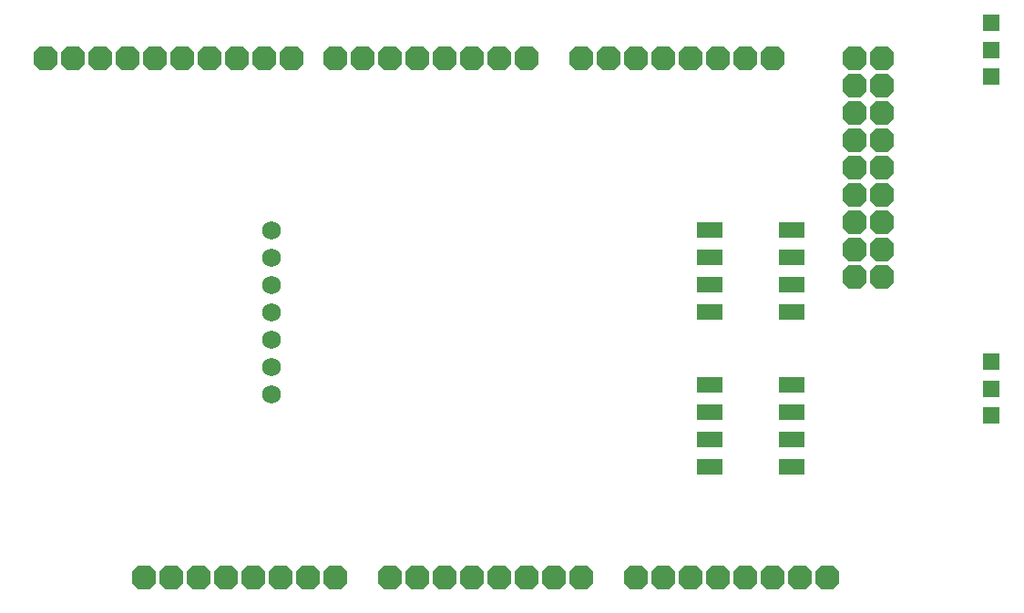
<source format=gbs>
G04 Layer: BottomSolderMaskLayer*
G04 EasyEDA v6.4.7, 2020-10-15T23:24:37+03:00*
G04 37922d4682a6484ebcb2293b3ba01163,bea71ea263694c76901d4690734711c5,10*
G04 Gerber Generator version 0.2*
G04 Scale: 100 percent, Rotated: No, Reflected: No *
G04 Dimensions in millimeters *
G04 leading zeros omitted , absolute positions ,3 integer and 3 decimal *
%FSLAX33Y33*%
%MOMM*%
G90*
D02*

%ADD31R,1.625600X1.625600*%
%ADD41C,1.727200*%

%LPD*%
G54D31*
G01X97155Y31445D03*
G01X97155Y28956D03*
G01X97155Y26466D03*
G01X97155Y62941D03*
G01X97155Y60452D03*
G01X97155Y57962D03*
G36*
G01X69801Y42979D02*
G01X69801Y44394D01*
G01X72186Y44394D01*
G01X72186Y42979D01*
G01X69801Y42979D01*
G37*
G36*
G01X69801Y40439D02*
G01X69801Y41854D01*
G01X72186Y41854D01*
G01X72186Y40439D01*
G01X69801Y40439D01*
G37*
G36*
G01X77421Y40439D02*
G01X77421Y41854D01*
G01X79806Y41854D01*
G01X79806Y40439D01*
G01X77421Y40439D01*
G37*
G36*
G01X77421Y42979D02*
G01X77421Y44394D01*
G01X79806Y44394D01*
G01X79806Y42979D01*
G01X77421Y42979D01*
G37*
G36*
G01X69801Y37899D02*
G01X69801Y39314D01*
G01X72186Y39314D01*
G01X72186Y37899D01*
G01X69801Y37899D01*
G37*
G36*
G01X69801Y35359D02*
G01X69801Y36774D01*
G01X72186Y36774D01*
G01X72186Y35359D01*
G01X69801Y35359D01*
G37*
G36*
G01X77421Y37899D02*
G01X77421Y39314D01*
G01X79806Y39314D01*
G01X79806Y37899D01*
G01X77421Y37899D01*
G37*
G36*
G01X77421Y35359D02*
G01X77421Y36774D01*
G01X79806Y36774D01*
G01X79806Y35359D01*
G01X77421Y35359D01*
G37*
G36*
G01X69801Y28628D02*
G01X69801Y30043D01*
G01X72186Y30043D01*
G01X72186Y28628D01*
G01X69801Y28628D01*
G37*
G36*
G01X69801Y26088D02*
G01X69801Y27503D01*
G01X72186Y27503D01*
G01X72186Y26088D01*
G01X69801Y26088D01*
G37*
G36*
G01X77421Y26088D02*
G01X77421Y27503D01*
G01X79806Y27503D01*
G01X79806Y26088D01*
G01X77421Y26088D01*
G37*
G36*
G01X77421Y28628D02*
G01X77421Y30043D01*
G01X79806Y30043D01*
G01X79806Y28628D01*
G01X77421Y28628D01*
G37*
G36*
G01X69801Y23548D02*
G01X69801Y24963D01*
G01X72186Y24963D01*
G01X72186Y23548D01*
G01X69801Y23548D01*
G37*
G36*
G01X69801Y21008D02*
G01X69801Y22423D01*
G01X72186Y22423D01*
G01X72186Y21008D01*
G01X69801Y21008D01*
G37*
G36*
G01X77421Y23548D02*
G01X77421Y24963D01*
G01X79806Y24963D01*
G01X79806Y23548D01*
G01X77421Y23548D01*
G37*
G36*
G01X77421Y21008D02*
G01X77421Y22423D01*
G01X79806Y22423D01*
G01X79806Y21008D01*
G01X77421Y21008D01*
G37*
G54D41*
G01X30226Y43688D03*
G01X30226Y41148D03*
G01X30226Y38608D03*
G01X30226Y36068D03*
G01X30226Y33528D03*
G01X30226Y30988D03*
G01X30226Y28448D03*
G36*
G01X8729Y58587D02*
G01X8168Y59148D01*
G01X8168Y60231D01*
G01X8729Y60792D01*
G01X9812Y60792D01*
G01X10373Y60231D01*
G01X10373Y59148D01*
G01X9812Y58587D01*
G01X8729Y58587D01*
G37*
G36*
G01X11269Y58587D02*
G01X10708Y59148D01*
G01X10708Y60231D01*
G01X11269Y60792D01*
G01X12352Y60792D01*
G01X12913Y60231D01*
G01X12913Y59148D01*
G01X12352Y58587D01*
G01X11269Y58587D01*
G37*
G36*
G01X13809Y58587D02*
G01X13248Y59148D01*
G01X13248Y60231D01*
G01X13809Y60792D01*
G01X14892Y60792D01*
G01X15453Y60231D01*
G01X15453Y59148D01*
G01X14892Y58587D01*
G01X13809Y58587D01*
G37*
G36*
G01X16349Y58587D02*
G01X15788Y59148D01*
G01X15788Y60231D01*
G01X16349Y60792D01*
G01X17432Y60792D01*
G01X17993Y60231D01*
G01X17993Y59148D01*
G01X17432Y58587D01*
G01X16349Y58587D01*
G37*
G36*
G01X18889Y58587D02*
G01X18328Y59148D01*
G01X18328Y60231D01*
G01X18889Y60792D01*
G01X19972Y60792D01*
G01X20533Y60231D01*
G01X20533Y59148D01*
G01X19972Y58587D01*
G01X18889Y58587D01*
G37*
G36*
G01X21429Y58587D02*
G01X20868Y59148D01*
G01X20868Y60231D01*
G01X21429Y60792D01*
G01X22512Y60792D01*
G01X23073Y60231D01*
G01X23073Y59148D01*
G01X22512Y58587D01*
G01X21429Y58587D01*
G37*
G36*
G01X23969Y58587D02*
G01X23408Y59148D01*
G01X23408Y60231D01*
G01X23969Y60792D01*
G01X25052Y60792D01*
G01X25613Y60231D01*
G01X25613Y59148D01*
G01X25052Y58587D01*
G01X23969Y58587D01*
G37*
G36*
G01X26509Y58587D02*
G01X25948Y59148D01*
G01X25948Y60231D01*
G01X26509Y60792D01*
G01X27592Y60792D01*
G01X28153Y60231D01*
G01X28153Y59148D01*
G01X27592Y58587D01*
G01X26509Y58587D01*
G37*
G36*
G01X29049Y58587D02*
G01X28488Y59148D01*
G01X28488Y60231D01*
G01X29049Y60792D01*
G01X30132Y60792D01*
G01X30693Y60231D01*
G01X30693Y59148D01*
G01X30132Y58587D01*
G01X29049Y58587D01*
G37*
G36*
G01X31589Y58587D02*
G01X31028Y59148D01*
G01X31028Y60231D01*
G01X31589Y60792D01*
G01X32672Y60792D01*
G01X33233Y60231D01*
G01X33233Y59148D01*
G01X32672Y58587D01*
G01X31589Y58587D01*
G37*
G36*
G01X53433Y58587D02*
G01X52872Y59148D01*
G01X52872Y60231D01*
G01X53433Y60792D01*
G01X54516Y60792D01*
G01X55077Y60231D01*
G01X55077Y59148D01*
G01X54516Y58587D01*
G01X53433Y58587D01*
G37*
G36*
G01X50893Y58587D02*
G01X50332Y59148D01*
G01X50332Y60231D01*
G01X50893Y60792D01*
G01X51976Y60792D01*
G01X52537Y60231D01*
G01X52537Y59148D01*
G01X51976Y58587D01*
G01X50893Y58587D01*
G37*
G36*
G01X48353Y58587D02*
G01X47792Y59148D01*
G01X47792Y60231D01*
G01X48353Y60792D01*
G01X49436Y60792D01*
G01X49997Y60231D01*
G01X49997Y59148D01*
G01X49436Y58587D01*
G01X48353Y58587D01*
G37*
G36*
G01X45813Y58587D02*
G01X45252Y59148D01*
G01X45252Y60231D01*
G01X45813Y60792D01*
G01X46896Y60792D01*
G01X47457Y60231D01*
G01X47457Y59148D01*
G01X46896Y58587D01*
G01X45813Y58587D01*
G37*
G36*
G01X43273Y58587D02*
G01X42712Y59148D01*
G01X42712Y60231D01*
G01X43273Y60792D01*
G01X44356Y60792D01*
G01X44917Y60231D01*
G01X44917Y59148D01*
G01X44356Y58587D01*
G01X43273Y58587D01*
G37*
G36*
G01X40733Y58587D02*
G01X40172Y59148D01*
G01X40172Y60231D01*
G01X40733Y60792D01*
G01X41816Y60792D01*
G01X42377Y60231D01*
G01X42377Y59148D01*
G01X41816Y58587D01*
G01X40733Y58587D01*
G37*
G36*
G01X38193Y58587D02*
G01X37632Y59148D01*
G01X37632Y60231D01*
G01X38193Y60792D01*
G01X39276Y60792D01*
G01X39837Y60231D01*
G01X39837Y59148D01*
G01X39276Y58587D01*
G01X38193Y58587D01*
G37*
G36*
G01X35653Y58587D02*
G01X35092Y59148D01*
G01X35092Y60231D01*
G01X35653Y60792D01*
G01X36736Y60792D01*
G01X37297Y60231D01*
G01X37297Y59148D01*
G01X36736Y58587D01*
G01X35653Y58587D01*
G37*
G36*
G01X76293Y58587D02*
G01X75732Y59148D01*
G01X75732Y60231D01*
G01X76293Y60792D01*
G01X77376Y60792D01*
G01X77937Y60231D01*
G01X77937Y59148D01*
G01X77376Y58587D01*
G01X76293Y58587D01*
G37*
G36*
G01X73753Y58587D02*
G01X73192Y59148D01*
G01X73192Y60231D01*
G01X73753Y60792D01*
G01X74836Y60792D01*
G01X75397Y60231D01*
G01X75397Y59148D01*
G01X74836Y58587D01*
G01X73753Y58587D01*
G37*
G36*
G01X71213Y58587D02*
G01X70652Y59148D01*
G01X70652Y60231D01*
G01X71213Y60792D01*
G01X72296Y60792D01*
G01X72857Y60231D01*
G01X72857Y59148D01*
G01X72296Y58587D01*
G01X71213Y58587D01*
G37*
G36*
G01X68673Y58587D02*
G01X68112Y59148D01*
G01X68112Y60231D01*
G01X68673Y60792D01*
G01X69756Y60792D01*
G01X70317Y60231D01*
G01X70317Y59148D01*
G01X69756Y58587D01*
G01X68673Y58587D01*
G37*
G36*
G01X66133Y58587D02*
G01X65572Y59148D01*
G01X65572Y60231D01*
G01X66133Y60792D01*
G01X67216Y60792D01*
G01X67777Y60231D01*
G01X67777Y59148D01*
G01X67216Y58587D01*
G01X66133Y58587D01*
G37*
G36*
G01X63593Y58587D02*
G01X63032Y59148D01*
G01X63032Y60231D01*
G01X63593Y60792D01*
G01X64676Y60792D01*
G01X65237Y60231D01*
G01X65237Y59148D01*
G01X64676Y58587D01*
G01X63593Y58587D01*
G37*
G36*
G01X61053Y58587D02*
G01X60492Y59148D01*
G01X60492Y60231D01*
G01X61053Y60792D01*
G01X62136Y60792D01*
G01X62697Y60231D01*
G01X62697Y59148D01*
G01X62136Y58587D01*
G01X61053Y58587D01*
G37*
G36*
G01X58513Y58587D02*
G01X57952Y59148D01*
G01X57952Y60231D01*
G01X58513Y60792D01*
G01X59596Y60792D01*
G01X60157Y60231D01*
G01X60157Y59148D01*
G01X59596Y58587D01*
G01X58513Y58587D01*
G37*
G36*
G01X81373Y10327D02*
G01X80812Y10888D01*
G01X80812Y11971D01*
G01X81373Y12532D01*
G01X82456Y12532D01*
G01X83017Y11971D01*
G01X83017Y10888D01*
G01X82456Y10327D01*
G01X81373Y10327D01*
G37*
G36*
G01X78833Y10327D02*
G01X78272Y10888D01*
G01X78272Y11971D01*
G01X78833Y12532D01*
G01X79916Y12532D01*
G01X80477Y11971D01*
G01X80477Y10888D01*
G01X79916Y10327D01*
G01X78833Y10327D01*
G37*
G36*
G01X76293Y10327D02*
G01X75732Y10888D01*
G01X75732Y11971D01*
G01X76293Y12532D01*
G01X77376Y12532D01*
G01X77937Y11971D01*
G01X77937Y10888D01*
G01X77376Y10327D01*
G01X76293Y10327D01*
G37*
G36*
G01X73753Y10327D02*
G01X73192Y10888D01*
G01X73192Y11971D01*
G01X73753Y12532D01*
G01X74836Y12532D01*
G01X75397Y11971D01*
G01X75397Y10888D01*
G01X74836Y10327D01*
G01X73753Y10327D01*
G37*
G36*
G01X71213Y10327D02*
G01X70652Y10888D01*
G01X70652Y11971D01*
G01X71213Y12532D01*
G01X72296Y12532D01*
G01X72857Y11971D01*
G01X72857Y10888D01*
G01X72296Y10327D01*
G01X71213Y10327D01*
G37*
G36*
G01X68673Y10327D02*
G01X68112Y10888D01*
G01X68112Y11971D01*
G01X68673Y12532D01*
G01X69756Y12532D01*
G01X70317Y11971D01*
G01X70317Y10888D01*
G01X69756Y10327D01*
G01X68673Y10327D01*
G37*
G36*
G01X66133Y10327D02*
G01X65572Y10888D01*
G01X65572Y11971D01*
G01X66133Y12532D01*
G01X67216Y12532D01*
G01X67777Y11971D01*
G01X67777Y10888D01*
G01X67216Y10327D01*
G01X66133Y10327D01*
G37*
G36*
G01X63593Y10327D02*
G01X63032Y10888D01*
G01X63032Y11971D01*
G01X63593Y12532D01*
G01X64676Y12532D01*
G01X65237Y11971D01*
G01X65237Y10888D01*
G01X64676Y10327D01*
G01X63593Y10327D01*
G37*
G36*
G01X58513Y10327D02*
G01X57952Y10888D01*
G01X57952Y11971D01*
G01X58513Y12532D01*
G01X59596Y12532D01*
G01X60157Y11971D01*
G01X60157Y10888D01*
G01X59596Y10327D01*
G01X58513Y10327D01*
G37*
G36*
G01X55973Y10327D02*
G01X55412Y10888D01*
G01X55412Y11971D01*
G01X55973Y12532D01*
G01X57056Y12532D01*
G01X57617Y11971D01*
G01X57617Y10888D01*
G01X57056Y10327D01*
G01X55973Y10327D01*
G37*
G36*
G01X53433Y10327D02*
G01X52872Y10888D01*
G01X52872Y11971D01*
G01X53433Y12532D01*
G01X54516Y12532D01*
G01X55077Y11971D01*
G01X55077Y10888D01*
G01X54516Y10327D01*
G01X53433Y10327D01*
G37*
G36*
G01X50893Y10327D02*
G01X50332Y10888D01*
G01X50332Y11971D01*
G01X50893Y12532D01*
G01X51976Y12532D01*
G01X52537Y11971D01*
G01X52537Y10888D01*
G01X51976Y10327D01*
G01X50893Y10327D01*
G37*
G36*
G01X48353Y10327D02*
G01X47792Y10888D01*
G01X47792Y11971D01*
G01X48353Y12532D01*
G01X49436Y12532D01*
G01X49997Y11971D01*
G01X49997Y10888D01*
G01X49436Y10327D01*
G01X48353Y10327D01*
G37*
G36*
G01X45813Y10327D02*
G01X45252Y10888D01*
G01X45252Y11971D01*
G01X45813Y12532D01*
G01X46896Y12532D01*
G01X47457Y11971D01*
G01X47457Y10888D01*
G01X46896Y10327D01*
G01X45813Y10327D01*
G37*
G36*
G01X43273Y10327D02*
G01X42712Y10888D01*
G01X42712Y11971D01*
G01X43273Y12532D01*
G01X44356Y12532D01*
G01X44917Y11971D01*
G01X44917Y10888D01*
G01X44356Y10327D01*
G01X43273Y10327D01*
G37*
G36*
G01X40733Y10327D02*
G01X40172Y10888D01*
G01X40172Y11971D01*
G01X40733Y12532D01*
G01X41816Y12532D01*
G01X42377Y11971D01*
G01X42377Y10888D01*
G01X41816Y10327D01*
G01X40733Y10327D01*
G37*
G36*
G01X35653Y10327D02*
G01X35092Y10888D01*
G01X35092Y11971D01*
G01X35653Y12532D01*
G01X36736Y12532D01*
G01X37297Y11971D01*
G01X37297Y10888D01*
G01X36736Y10327D01*
G01X35653Y10327D01*
G37*
G36*
G01X33113Y10327D02*
G01X32552Y10888D01*
G01X32552Y11971D01*
G01X33113Y12532D01*
G01X34196Y12532D01*
G01X34757Y11971D01*
G01X34757Y10888D01*
G01X34196Y10327D01*
G01X33113Y10327D01*
G37*
G36*
G01X30573Y10327D02*
G01X30012Y10888D01*
G01X30012Y11971D01*
G01X30573Y12532D01*
G01X31656Y12532D01*
G01X32217Y11971D01*
G01X32217Y10888D01*
G01X31656Y10327D01*
G01X30573Y10327D01*
G37*
G36*
G01X28033Y10327D02*
G01X27472Y10888D01*
G01X27472Y11971D01*
G01X28033Y12532D01*
G01X29116Y12532D01*
G01X29677Y11971D01*
G01X29677Y10888D01*
G01X29116Y10327D01*
G01X28033Y10327D01*
G37*
G36*
G01X25493Y10327D02*
G01X24932Y10888D01*
G01X24932Y11971D01*
G01X25493Y12532D01*
G01X26576Y12532D01*
G01X27137Y11971D01*
G01X27137Y10888D01*
G01X26576Y10327D01*
G01X25493Y10327D01*
G37*
G36*
G01X22953Y10327D02*
G01X22392Y10888D01*
G01X22392Y11971D01*
G01X22953Y12532D01*
G01X24036Y12532D01*
G01X24597Y11971D01*
G01X24597Y10888D01*
G01X24036Y10327D01*
G01X22953Y10327D01*
G37*
G36*
G01X20413Y10327D02*
G01X19852Y10888D01*
G01X19852Y11971D01*
G01X20413Y12532D01*
G01X21496Y12532D01*
G01X22057Y11971D01*
G01X22057Y10888D01*
G01X21496Y10327D01*
G01X20413Y10327D01*
G37*
G36*
G01X17873Y10327D02*
G01X17312Y10888D01*
G01X17312Y11971D01*
G01X17873Y12532D01*
G01X18956Y12532D01*
G01X19517Y11971D01*
G01X19517Y10888D01*
G01X18956Y10327D01*
G01X17873Y10327D01*
G37*
G36*
G01X83913Y40807D02*
G01X83352Y41368D01*
G01X83352Y42451D01*
G01X83913Y43012D01*
G01X84996Y43012D01*
G01X85557Y42451D01*
G01X85557Y41368D01*
G01X84996Y40807D01*
G01X83913Y40807D01*
G37*
G36*
G01X83913Y43347D02*
G01X83352Y43908D01*
G01X83352Y44991D01*
G01X83913Y45552D01*
G01X84996Y45552D01*
G01X85557Y44991D01*
G01X85557Y43908D01*
G01X84996Y43347D01*
G01X83913Y43347D01*
G37*
G36*
G01X83913Y45887D02*
G01X83352Y46448D01*
G01X83352Y47531D01*
G01X83913Y48092D01*
G01X84996Y48092D01*
G01X85557Y47531D01*
G01X85557Y46448D01*
G01X84996Y45887D01*
G01X83913Y45887D01*
G37*
G36*
G01X83913Y48427D02*
G01X83352Y48988D01*
G01X83352Y50071D01*
G01X83913Y50632D01*
G01X84996Y50632D01*
G01X85557Y50071D01*
G01X85557Y48988D01*
G01X84996Y48427D01*
G01X83913Y48427D01*
G37*
G36*
G01X83913Y50967D02*
G01X83352Y51528D01*
G01X83352Y52611D01*
G01X83913Y53172D01*
G01X84996Y53172D01*
G01X85557Y52611D01*
G01X85557Y51528D01*
G01X84996Y50967D01*
G01X83913Y50967D01*
G37*
G36*
G01X83913Y53507D02*
G01X83352Y54068D01*
G01X83352Y55151D01*
G01X83913Y55712D01*
G01X84996Y55712D01*
G01X85557Y55151D01*
G01X85557Y54068D01*
G01X84996Y53507D01*
G01X83913Y53507D01*
G37*
G36*
G01X83913Y56047D02*
G01X83352Y56608D01*
G01X83352Y57691D01*
G01X83913Y58252D01*
G01X84996Y58252D01*
G01X85557Y57691D01*
G01X85557Y56608D01*
G01X84996Y56047D01*
G01X83913Y56047D01*
G37*
G36*
G01X83913Y58587D02*
G01X83352Y59148D01*
G01X83352Y60231D01*
G01X83913Y60792D01*
G01X84996Y60792D01*
G01X85557Y60231D01*
G01X85557Y59148D01*
G01X84996Y58587D01*
G01X83913Y58587D01*
G37*
G36*
G01X83913Y38267D02*
G01X83352Y38828D01*
G01X83352Y39911D01*
G01X83913Y40472D01*
G01X84996Y40472D01*
G01X85557Y39911D01*
G01X85557Y38828D01*
G01X84996Y38267D01*
G01X83913Y38267D01*
G37*
G36*
G01X86453Y38267D02*
G01X85892Y38828D01*
G01X85892Y39911D01*
G01X86453Y40472D01*
G01X87536Y40472D01*
G01X88097Y39911D01*
G01X88097Y38828D01*
G01X87536Y38267D01*
G01X86453Y38267D01*
G37*
G36*
G01X86453Y40807D02*
G01X85892Y41368D01*
G01X85892Y42451D01*
G01X86453Y43012D01*
G01X87536Y43012D01*
G01X88097Y42451D01*
G01X88097Y41368D01*
G01X87536Y40807D01*
G01X86453Y40807D01*
G37*
G36*
G01X86453Y43347D02*
G01X85892Y43908D01*
G01X85892Y44991D01*
G01X86453Y45552D01*
G01X87536Y45552D01*
G01X88097Y44991D01*
G01X88097Y43908D01*
G01X87536Y43347D01*
G01X86453Y43347D01*
G37*
G36*
G01X86453Y45887D02*
G01X85892Y46448D01*
G01X85892Y47531D01*
G01X86453Y48092D01*
G01X87536Y48092D01*
G01X88097Y47531D01*
G01X88097Y46448D01*
G01X87536Y45887D01*
G01X86453Y45887D01*
G37*
G36*
G01X86453Y48427D02*
G01X85892Y48988D01*
G01X85892Y50071D01*
G01X86453Y50632D01*
G01X87536Y50632D01*
G01X88097Y50071D01*
G01X88097Y48988D01*
G01X87536Y48427D01*
G01X86453Y48427D01*
G37*
G36*
G01X86453Y50967D02*
G01X85892Y51528D01*
G01X85892Y52611D01*
G01X86453Y53172D01*
G01X87536Y53172D01*
G01X88097Y52611D01*
G01X88097Y51528D01*
G01X87536Y50967D01*
G01X86453Y50967D01*
G37*
G36*
G01X86453Y53507D02*
G01X85892Y54068D01*
G01X85892Y55151D01*
G01X86453Y55712D01*
G01X87536Y55712D01*
G01X88097Y55151D01*
G01X88097Y54068D01*
G01X87536Y53507D01*
G01X86453Y53507D01*
G37*
G36*
G01X86453Y56047D02*
G01X85892Y56608D01*
G01X85892Y57691D01*
G01X86453Y58252D01*
G01X87536Y58252D01*
G01X88097Y57691D01*
G01X88097Y56608D01*
G01X87536Y56047D01*
G01X86453Y56047D01*
G37*
G36*
G01X86453Y58587D02*
G01X85892Y59148D01*
G01X85892Y60231D01*
G01X86453Y60792D01*
G01X87536Y60792D01*
G01X88097Y60231D01*
G01X88097Y59148D01*
G01X87536Y58587D01*
G01X86453Y58587D01*
G37*
M00*
M02*

</source>
